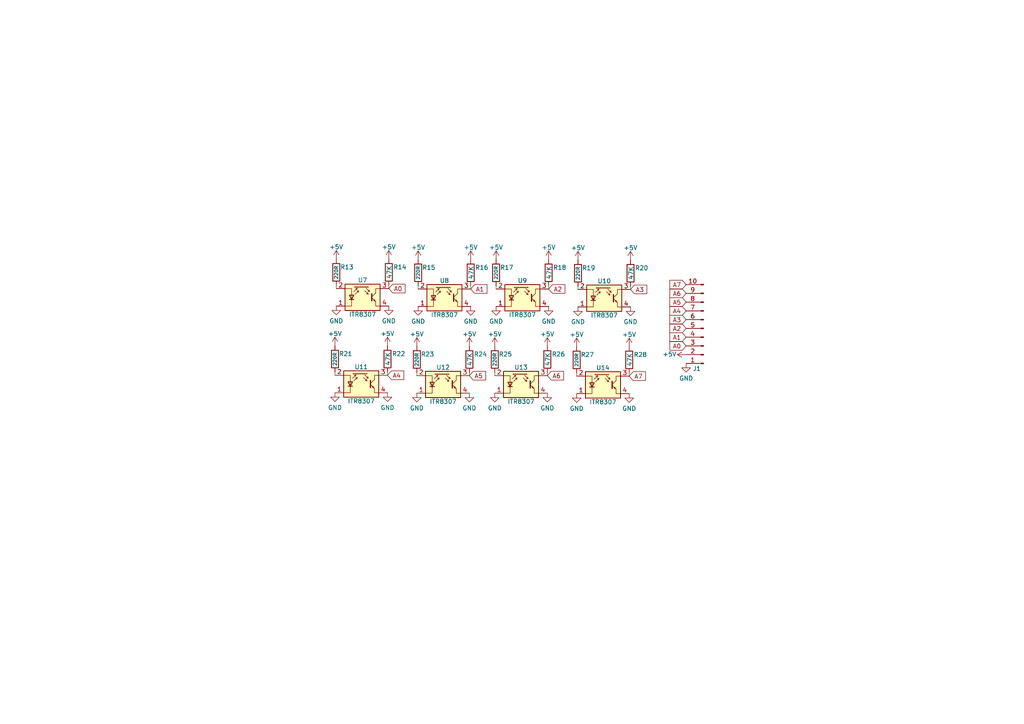
<source format=kicad_sch>
(kicad_sch (version 20230121) (generator eeschema)
  (paper "A4")
  (lib_symbols
    (symbol "Connector:Conn_01x10_Pin" (pin_names (offset 1.016) hide)
      (property "Reference" "J" (at 0 12.7 0))
      (property "Value" "Conn_01x10_Pin" (at 0 -15.24 0))
      (symbol "Conn_01x10_Pin_1_1"
        (polyline (pts (xy 1.27 -12.7) (xy 0.8636 -12.7)) (stroke (width 0.1524)))
        (polyline (pts (xy 1.27 -10.16) (xy 0.8636 -10.16)) (stroke (width 0.1524)))
        (polyline (pts (xy 1.27 -7.62) (xy 0.8636 -7.62)) (stroke (width 0.1524)))
        (polyline (pts (xy 1.27 -5.08) (xy 0.8636 -5.08)) (stroke (width 0.1524)))
        (polyline (pts (xy 1.27 -2.54) (xy 0.8636 -2.54)) (stroke (width 0.1524)))
        (polyline (pts (xy 1.27 0) (xy 0.8636 0)) (stroke (width 0.1524)))
        (polyline (pts (xy 1.27 2.54) (xy 0.8636 2.54)) (stroke (width 0.1524)))
        (polyline (pts (xy 1.27 5.08) (xy 0.8636 5.08)) (stroke (width 0.1524)))
        (polyline (pts (xy 1.27 7.62) (xy 0.8636 7.62)) (stroke (width 0.1524)))
        (polyline (pts (xy 1.27 10.16) (xy 0.8636 10.16)) (stroke (width 0.1524)))
        (rectangle (start 0.8636 -12.573) (end 0 -12.827) (stroke (width 0.1524)) (fill (type outline)))
        (rectangle (start 0.8636 -10.033) (end 0 -10.287) (stroke (width 0.1524)) (fill (type outline)))
        (rectangle (start 0.8636 -7.493) (end 0 -7.747) (stroke (width 0.1524)) (fill (type outline)))
        (rectangle (start 0.8636 -4.953) (end 0 -5.207) (stroke (width 0.1524)) (fill (type outline)))
        (rectangle (start 0.8636 -2.413) (end 0 -2.667) (stroke (width 0.1524)) (fill (type outline)))
        (rectangle (start 0.8636 0.127) (end 0 -0.127) (stroke (width 0.1524)) (fill (type outline)))
        (rectangle (start 0.8636 2.667) (end 0 2.413) (stroke (width 0.1524)) (fill (type outline)))
        (rectangle (start 0.8636 5.207) (end 0 4.953) (stroke (width 0.1524)) (fill (type outline)))
        (rectangle (start 0.8636 7.747) (end 0 7.493) (stroke (width 0.1524)) (fill (type outline)))
        (rectangle (start 0.8636 10.287) (end 0 10.033) (stroke (width 0.1524)) (fill (type outline)))
        (pin passive line (at 5.08 10.16 180) (length 3.81) (name "Pin_1") (number "1"))
        (pin passive line (at 5.08 -12.7 180) (length 3.81) (name "Pin_10") (number "10"))
        (pin passive line (at 5.08 7.62 180) (length 3.81) (name "Pin_2") (number "2"))
        (pin passive line (at 5.08 5.08 180) (length 3.81) (name "Pin_3") (number "3"))
        (pin passive line (at 5.08 2.54 180) (length 3.81) (name "Pin_4") (number "4"))
        (pin passive line (at 5.08 0 180) (length 3.81) (name "Pin_5") (number "5"))
        (pin passive line (at 5.08 -2.54 180) (length 3.81) (name "Pin_6") (number "6"))
        (pin passive line (at 5.08 -5.08 180) (length 3.81) (name "Pin_7") (number "7"))
        (pin passive line (at 5.08 -7.62 180) (length 3.81) (name "Pin_8") (number "8"))
        (pin passive line (at 5.08 -10.16 180) (length 3.81) (name "Pin_9") (number "9"))
      )
    )
    (symbol "Device:R" (pin_numbers hide) (pin_names (offset 0))
      (property "Reference" "R" (at 2.032 0 90))
      (property "Value" "R" (at 0 0 90))
      (symbol "R_0_1"
        (rectangle (start -1.016 -2.54) (end 1.016 2.54) (stroke (width 0.254)))
      )
      (symbol "R_1_1"
        (pin passive line (at 0 3.81 270) (length 1.27) (name "~") (number "1"))
        (pin passive line (at 0 -3.81 90) (length 1.27) (name "~") (number "2"))
      )
    )
    (symbol "Sensor_Proximity:ITR8307" (pin_names (offset 0.0254) hide)
      (property "Reference" "U" (at -5.08 5.08 0))
      (property "Value" "ITR8307" (at 7.62 5.08 0))
      (symbol "ITR8307_0_1"
        (polyline (pts (xy -3.81 -0.635) (xy -2.54 -0.635)) (stroke (width 0.254)))
        (polyline (pts (xy -2.286 2.921) (xy -2.032 3.175)))
        (polyline (pts (xy -1.778 2.921) (xy -1.524 3.175)))
        (polyline (pts (xy -1.524 2.667) (xy -1.651 2.159)))
        (polyline (pts (xy -1.27 2.921) (xy -1.016 3.175)))
        (polyline (pts (xy -1.143 1.905) (xy -1.27 1.397)))
        (polyline (pts (xy -0.762 2.921) (xy -0.508 3.175)))
        (polyline (pts (xy -0.254 2.921) (xy 0 3.175)))
        (polyline (pts (xy 0.254 2.921) (xy 0.508 3.175)))
        (polyline (pts (xy 0.762 2.921) (xy 1.016 3.175)))
        (polyline (pts (xy 1.27 2.921) (xy 1.524 3.175)))
        (polyline (pts (xy 1.651 0.889) (xy 1.143 1.016)))
        (polyline (pts (xy 1.778 2.921) (xy -2.413 2.921)))
        (polyline (pts (xy 2.032 1.651) (xy 1.524 1.778)))
        (polyline (pts (xy 2.667 -0.127) (xy 3.81 -1.27)))
        (polyline (pts (xy 2.667 0.127) (xy 3.81 1.27)))
        (polyline (pts (xy -2.54 1.651) (xy -1.524 2.667) (xy -2.032 2.54)))
        (polyline (pts (xy -2.159 0.889) (xy -1.143 1.905) (xy -1.651 1.778)))
        (polyline (pts (xy 0.635 1.905) (xy 1.651 0.889) (xy 1.524 1.397)))
        (polyline (pts (xy 1.016 2.667) (xy 2.032 1.651) (xy 1.905 2.159)))
        (polyline (pts (xy 2.667 1.016) (xy 2.667 -1.016) (xy 2.667 -1.016)) (stroke (width 0.3556)))
        (polyline (pts (xy 3.81 -1.27) (xy 3.81 -2.54) (xy 5.08 -2.54)))
        (polyline (pts (xy 3.81 1.27) (xy 3.81 2.54) (xy 5.08 2.54)))
        (polyline (pts (xy -5.08 -2.54) (xy -3.175 -2.54) (xy -3.175 2.54) (xy -5.08 2.54)))
        (polyline (pts (xy -3.175 -0.635) (xy -3.81 0.635) (xy -2.54 0.635) (xy -3.175 -0.635)) (stroke (width 0.254)))
        (polyline (pts (xy 3.683 -1.143) (xy 3.429 -0.635) (xy 3.175 -0.889) (xy 3.683 -1.143)))
        (polyline (pts (xy -5.08 -3.81) (xy 5.08 -3.81) (xy 5.08 3.81) (xy -5.08 3.81) (xy -5.08 -3.81)) (stroke (width 0.254)) (fill (type background)))
      )
      (symbol "ITR8307_1_1"
        (pin passive line (at -7.62 -2.54 0) (length 2.54) (name "K") (number "1"))
        (pin passive line (at -7.62 2.54 0) (length 2.54) (name "A") (number "2"))
        (pin open_collector line (at 7.62 2.54 180) (length 2.54) (name "C") (number "3"))
        (pin open_emitter line (at 7.62 -2.54 180) (length 2.54) (name "E") (number "4"))
      )
    )
    (symbol "power:+5V" (power) (pin_names (offset 0))
      (property "Value" "+5V" (at 0 3.556 0))
      (symbol "+5V_0_1"
        (polyline (pts (xy -0.762 1.27) (xy 0 2.54)))
        (polyline (pts (xy 0 0) (xy 0 2.54)))
        (polyline (pts (xy 0 2.54) (xy 0.762 1.27)))
      )
      (symbol "+5V_1_1"
        (pin power_in line (at 0 0 90) (length 0) hide (name "+5V") (number "1"))
      )
    )
    (symbol "power:GND" (power) (pin_names (offset 0))
      (property "Value" "GND" (at 0 -3.81 0))
      (symbol "GND_0_1"
        (polyline (pts (xy 0 0) (xy 0 -1.27) (xy 1.27 -1.27) (xy 0 -2.54) (xy -1.27 -1.27) (xy 0 -1.27)))
      )
      (symbol "GND_1_1"
        (pin power_in line (at 0 0 270) (length 0) hide (name "GND") (number "1"))
      )
    )
  )
  (wire (pts (xy 121.285 82.931) (xy 121.285 83.82)))
  (wire (pts (xy 158.75 108.077) (xy 158.75 108.966)))
  (wire (pts (xy 97.536 82.804) (xy 97.536 83.693)))
  (wire (pts (xy 112.776 82.804) (xy 112.776 83.693)))
  (wire (pts (xy 167.259 108.204) (xy 167.259 109.093)))
  (wire (pts (xy 182.88 83.058) (xy 182.88 83.947)))
  (wire (pts (xy 143.51 108.077) (xy 143.51 108.966)))
  (wire (pts (xy 97.155 107.95) (xy 97.155 108.839)))
  (wire (pts (xy 159.131 82.931) (xy 159.131 83.82)))
  (wire (pts (xy 112.395 107.95) (xy 112.395 108.839)))
  (wire (pts (xy 182.499 108.204) (xy 182.499 109.093)))
  (wire (pts (xy 167.64 83.058) (xy 167.64 83.947)))
  (wire (pts (xy 136.525 82.931) (xy 136.525 83.82)))
  (wire (pts (xy 143.891 82.931) (xy 143.891 83.82)))
  (wire (pts (xy 136.144 108.077) (xy 136.144 108.966)))
  (wire (pts (xy 120.904 108.077) (xy 120.904 108.966)))
  (global_label "A1" (shape input) (at 136.525 83.82 0) (property "Intersheetrefs" "${INTERSHEET_REFS}" (effects hide)))
  (global_label "A0" (shape input) (at 112.776 83.693 0) (property "Intersheetrefs" "${INTERSHEET_REFS}" (effects hide)))
  (global_label "A6" (shape input) (at 199.009 85.09 180) (property "Intersheetrefs" "${INTERSHEET_REFS}" (effects hide)))
  (global_label "A2" (shape input) (at 159.131 83.82 0) (property "Intersheetrefs" "${INTERSHEET_REFS}" (effects hide)))
  (global_label "A6" (shape input) (at 158.75 108.966 0) (property "Intersheetrefs" "${INTERSHEET_REFS}" (effects hide)))
  (global_label "A5" (shape input) (at 199.009 87.63 180) (property "Intersheetrefs" "${INTERSHEET_REFS}" (effects hide)))
  (global_label "A7" (shape input) (at 182.499 109.093 0) (property "Intersheetrefs" "${INTERSHEET_REFS}" (effects hide)))
  (global_label "A3" (shape input) (at 182.88 83.947 0) (property "Intersheetrefs" "${INTERSHEET_REFS}" (effects hide)))
  (global_label "A1" (shape input) (at 199.009 97.79 180) (property "Intersheetrefs" "${INTERSHEET_REFS}" (effects hide)))
  (global_label "A4" (shape input) (at 199.009 90.17 180) (property "Intersheetrefs" "${INTERSHEET_REFS}" (effects hide)))
  (global_label "A2" (shape input) (at 199.009 95.25 180) (property "Intersheetrefs" "${INTERSHEET_REFS}" (effects hide)))
  (global_label "A7" (shape input) (at 199.009 82.55 180) (property "Intersheetrefs" "${INTERSHEET_REFS}" (effects hide)))
  (global_label "A5" (shape input) (at 136.144 108.966 0) (property "Intersheetrefs" "${INTERSHEET_REFS}" (effects hide)))
  (global_label "A3" (shape input) (at 199.009 92.71 180) (property "Intersheetrefs" "${INTERSHEET_REFS}" (effects hide)))
  (global_label "A0" (shape input) (at 199.009 100.33 180) (property "Intersheetrefs" "${INTERSHEET_REFS}" (effects hide)))
  (global_label "A4" (shape input) (at 112.395 108.839 0) (property "Intersheetrefs" "${INTERSHEET_REFS}" (effects hide)))
  (symbol (lib_id "power:+5V") (at 136.525 75.311 0) (unit 1)
    (property "Reference" "#PWR033" (effects hide))
    (property "Value" "+5V" (at 136.525 71.755 0))
  )
  (symbol (lib_id "power:GND") (at 199.009 105.41 0) (unit 1)
    (property "Reference" "#PWR05" (effects hide))
    (property "Value" "GND" (at 199.009 109.728 0))
  )
  (symbol (lib_id "power:+5V") (at 97.155 100.33 0) (unit 1)
    (property "Reference" "#PWR043" (effects hide))
    (property "Value" "+5V" (at 97.155 96.774 0))
  )
  (symbol (lib_id "power:+5V") (at 182.88 75.438 0) (unit 1)
    (property "Reference" "#PWR041" (effects hide))
    (property "Value" "+5V" (at 182.88 71.882 0))
  )
  (symbol (lib_id "Connector:Conn_01x10_Pin") (at 204.089 95.25 180) (unit 1)
    (property "Reference" "J1" (at 200.914 106.934 0) (effects (justify right)))
    (property "Value" "Conn_01x10_Pin" (effects hide))
  )
  (symbol (lib_id "Device:R") (at 136.144 104.267 0) (unit 1)
    (property "Reference" "R24" (at 137.414 102.743 0) (effects (justify left)))
    (property "Value" "47K" (at 136.271 106.172 90) (effects (justify left)))
    (property "Footprint" "Resistor_SMD:R_1206_3216Metric_Pad1.30x1.75mm_HandSolder" (effects hide))
  )
  (symbol (lib_id "Device:R") (at 182.88 79.248 0) (unit 1)
    (property "Reference" "R20" (at 184.15 77.724 0) (effects (justify left)))
    (property "Value" "47K" (at 183.007 81.153 90) (effects (justify left)))
    (property "Footprint" "Resistor_SMD:R_1206_3216Metric_Pad1.30x1.75mm_HandSolder" (effects hide))
  )
  (symbol (lib_id "power:+5V") (at 182.499 100.584 0) (unit 1)
    (property "Reference" "#PWR057" (effects hide))
    (property "Value" "+5V" (at 182.499 97.028 0))
  )
  (symbol (lib_id "power:GND") (at 97.155 113.919 0) (unit 1)
    (property "Reference" "#PWR044" (effects hide))
    (property "Value" "GND" (at 97.155 118.237 0))
  )
  (symbol (lib_id "Device:R") (at 167.64 79.248 0) (unit 1)
    (property "Reference" "R19" (at 168.783 77.724 0) (effects (justify left)))
    (property "Value" "220R" (at 167.64 81.28 90) (effects (font (size 1 1)) (justify left)))
    (property "Footprint" "Resistor_SMD:R_1206_3216Metric_Pad1.30x1.75mm_HandSolder" (effects hide))
  )
  (symbol (lib_id "Device:R") (at 112.395 104.14 0) (unit 1)
    (property "Reference" "R22" (at 113.665 102.616 0) (effects (justify left)))
    (property "Value" "47K" (at 112.522 106.045 90) (effects (justify left)))
    (property "Footprint" "Resistor_SMD:R_1206_3216Metric_Pad1.30x1.75mm_HandSolder" (effects hide))
  )
  (symbol (lib_id "Device:R") (at 97.155 104.14 0) (unit 1)
    (property "Reference" "R21" (at 98.298 102.616 0) (effects (justify left)))
    (property "Value" "220R" (at 97.155 106.172 90) (effects (font (size 1 1)) (justify left)))
    (property "Footprint" "Resistor_SMD:R_1206_3216Metric_Pad1.30x1.75mm_HandSolder" (effects hide))
  )
  (symbol (lib_id "Device:R") (at 121.285 79.121 0) (unit 1)
    (property "Reference" "R15" (at 122.428 77.597 0) (effects (justify left)))
    (property "Value" "220R" (at 121.285 81.153 90) (effects (font (size 1 1)) (justify left)))
    (property "Footprint" "Resistor_SMD:R_1206_3216Metric_Pad1.30x1.75mm_HandSolder" (effects hide))
  )
  (symbol (lib_id "Sensor_Proximity:ITR8307") (at 128.524 111.506 0) (unit 1)
    (property "Reference" "U12" (at 128.524 106.553 0))
    (property "Value" "ITR8307" (at 128.524 116.459 0))
    (property "Footprint" "OptoDevice:Everlight_ITR8307" (effects hide))
    (property "Datasheet" "http://www.everlight.com/file/ProductFile/ITR8307.pdf" (effects hide))
  )
  (symbol (lib_id "power:+5V") (at 120.904 100.457 0) (unit 1)
    (property "Reference" "#PWR047" (effects hide))
    (property "Value" "+5V" (at 120.904 96.901 0))
  )
  (symbol (lib_id "Sensor_Proximity:ITR8307") (at 105.156 86.233 0) (unit 1)
    (property "Reference" "U7" (at 105.156 81.28 0))
    (property "Value" "ITR8307" (at 105.156 91.186 0))
    (property "Footprint" "OptoDevice:Everlight_ITR8307" (effects hide))
    (property "Datasheet" "http://www.everlight.com/file/ProductFile/ITR8307.pdf" (effects hide))
  )
  (symbol (lib_id "Device:R") (at 120.904 104.267 0) (unit 1)
    (property "Reference" "R23" (at 122.047 102.743 0) (effects (justify left)))
    (property "Value" "220R" (at 120.904 106.299 90) (effects (font (size 1 1)) (justify left)))
    (property "Footprint" "Resistor_SMD:R_1206_3216Metric_Pad1.30x1.75mm_HandSolder" (effects hide))
  )
  (symbol (lib_id "Sensor_Proximity:ITR8307") (at 104.775 111.379 0) (unit 1)
    (property "Reference" "U11" (at 104.775 106.426 0))
    (property "Value" "ITR8307" (at 104.775 116.332 0))
    (property "Footprint" "OptoDevice:Everlight_ITR8307" (effects hide))
    (property "Datasheet" "http://www.everlight.com/file/ProductFile/ITR8307.pdf" (effects hide))
  )
  (symbol (lib_id "power:GND") (at 136.525 88.9 0) (unit 1)
    (property "Reference" "#PWR034" (effects hide))
    (property "Value" "GND" (at 136.525 93.218 0))
  )
  (symbol (lib_id "power:+5V") (at 121.285 75.311 0) (unit 1)
    (property "Reference" "#PWR031" (effects hide))
    (property "Value" "+5V" (at 121.285 71.755 0))
  )
  (symbol (lib_id "power:+5V") (at 158.75 100.457 0) (unit 1)
    (property "Reference" "#PWR053" (effects hide))
    (property "Value" "+5V" (at 158.75 96.901 0))
  )
  (symbol (lib_id "power:GND") (at 112.776 88.773 0) (unit 1)
    (property "Reference" "#PWR030" (effects hide))
    (property "Value" "GND" (at 112.776 93.091 0))
  )
  (symbol (lib_id "power:+5V") (at 167.259 100.584 0) (unit 1)
    (property "Reference" "#PWR055" (effects hide))
    (property "Value" "+5V" (at 167.259 97.028 0))
  )
  (symbol (lib_id "power:GND") (at 136.144 114.046 0) (unit 1)
    (property "Reference" "#PWR050" (effects hide))
    (property "Value" "GND" (at 136.144 118.364 0))
  )
  (symbol (lib_id "power:GND") (at 182.88 89.027 0) (unit 1)
    (property "Reference" "#PWR042" (effects hide))
    (property "Value" "GND" (at 182.88 93.345 0))
  )
  (symbol (lib_id "Device:R") (at 182.499 104.394 0) (unit 1)
    (property "Reference" "R28" (at 183.769 102.87 0) (effects (justify left)))
    (property "Value" "47K" (at 182.626 106.299 90) (effects (justify left)))
    (property "Footprint" "Resistor_SMD:R_1206_3216Metric_Pad1.30x1.75mm_HandSolder" (effects hide))
  )
  (symbol (lib_id "power:GND") (at 167.259 114.173 0) (unit 1)
    (property "Reference" "#PWR056" (effects hide))
    (property "Value" "GND" (at 167.259 118.491 0))
  )
  (symbol (lib_id "Device:R") (at 167.259 104.394 0) (unit 1)
    (property "Reference" "R27" (at 168.402 102.87 0) (effects (justify left)))
    (property "Value" "220R" (at 167.259 106.426 90) (effects (font (size 1 1)) (justify left)))
    (property "Footprint" "Resistor_SMD:R_1206_3216Metric_Pad1.30x1.75mm_HandSolder" (effects hide))
  )
  (symbol (lib_id "power:GND") (at 182.499 114.173 0) (unit 1)
    (property "Reference" "#PWR058" (effects hide))
    (property "Value" "GND" (at 182.499 118.491 0))
  )
  (symbol (lib_id "Device:R") (at 143.891 79.121 0) (unit 1)
    (property "Reference" "R17" (at 145.034 77.597 0) (effects (justify left)))
    (property "Value" "220R" (at 143.891 81.153 90) (effects (font (size 1 1)) (justify left)))
    (property "Footprint" "Resistor_SMD:R_1206_3216Metric_Pad1.30x1.75mm_HandSolder" (effects hide))
  )
  (symbol (lib_id "Device:R") (at 158.75 104.267 0) (unit 1)
    (property "Reference" "R26" (at 160.02 102.743 0) (effects (justify left)))
    (property "Value" "47K" (at 158.877 106.172 90) (effects (justify left)))
    (property "Footprint" "Resistor_SMD:R_1206_3216Metric_Pad1.30x1.75mm_HandSolder" (effects hide))
  )
  (symbol (lib_id "power:+5V") (at 112.395 100.33 0) (unit 1)
    (property "Reference" "#PWR045" (effects hide))
    (property "Value" "+5V" (at 112.395 96.774 0))
  )
  (symbol (lib_id "power:GND") (at 112.395 113.919 0) (unit 1)
    (property "Reference" "#PWR046" (effects hide))
    (property "Value" "GND" (at 112.395 118.237 0))
  )
  (symbol (lib_id "power:GND") (at 120.904 114.046 0) (unit 1)
    (property "Reference" "#PWR048" (effects hide))
    (property "Value" "GND" (at 120.904 118.364 0))
  )
  (symbol (lib_id "power:GND") (at 158.75 114.046 0) (unit 1)
    (property "Reference" "#PWR054" (effects hide))
    (property "Value" "GND" (at 158.75 118.364 0))
  )
  (symbol (lib_id "Sensor_Proximity:ITR8307") (at 151.13 111.506 0) (unit 1)
    (property "Reference" "U13" (at 151.13 106.553 0))
    (property "Value" "ITR8307" (at 151.13 116.459 0))
    (property "Footprint" "OptoDevice:Everlight_ITR8307" (effects hide))
    (property "Datasheet" "http://www.everlight.com/file/ProductFile/ITR8307.pdf" (effects hide))
  )
  (symbol (lib_id "Device:R") (at 112.776 78.994 0) (unit 1)
    (property "Reference" "R14" (at 114.046 77.47 0) (effects (justify left)))
    (property "Value" "47K" (at 112.903 80.899 90) (effects (justify left)))
    (property "Footprint" "Resistor_SMD:R_1206_3216Metric_Pad1.30x1.75mm_HandSolder" (effects hide))
  )
  (symbol (lib_id "Sensor_Proximity:ITR8307") (at 128.905 86.36 0) (unit 1)
    (property "Reference" "U8" (at 128.905 81.407 0))
    (property "Value" "ITR8307" (at 128.905 91.313 0))
    (property "Footprint" "OptoDevice:Everlight_ITR8307" (effects hide))
    (property "Datasheet" "http://www.everlight.com/file/ProductFile/ITR8307.pdf" (effects hide))
  )
  (symbol (lib_id "Sensor_Proximity:ITR8307") (at 151.511 86.36 0) (unit 1)
    (property "Reference" "U9" (at 151.511 81.407 0))
    (property "Value" "ITR8307" (at 151.511 91.313 0))
    (property "Footprint" "OptoDevice:Everlight_ITR8307" (effects hide))
    (property "Datasheet" "http://www.everlight.com/file/ProductFile/ITR8307.pdf" (effects hide))
  )
  (symbol (lib_id "power:GND") (at 159.131 88.9 0) (unit 1)
    (property "Reference" "#PWR038" (effects hide))
    (property "Value" "GND" (at 159.131 93.218 0))
  )
  (symbol (lib_id "power:GND") (at 121.285 88.9 0) (unit 1)
    (property "Reference" "#PWR032" (effects hide))
    (property "Value" "GND" (at 121.285 93.218 0))
  )
  (symbol (lib_id "power:GND") (at 97.536 88.773 0) (unit 1)
    (property "Reference" "#PWR028" (effects hide))
    (property "Value" "GND" (at 97.536 93.091 0))
  )
  (symbol (lib_id "Device:R") (at 143.51 104.267 0) (unit 1)
    (property "Reference" "R25" (at 144.653 102.743 0) (effects (justify left)))
    (property "Value" "220R" (at 143.51 106.299 90) (effects (font (size 1 1)) (justify left)))
    (property "Footprint" "Resistor_SMD:R_1206_3216Metric_Pad1.30x1.75mm_HandSolder" (effects hide))
  )
  (symbol (lib_id "Device:R") (at 136.525 79.121 0) (unit 1)
    (property "Reference" "R16" (at 137.795 77.597 0) (effects (justify left)))
    (property "Value" "47K" (at 136.652 81.026 90) (effects (justify left)))
    (property "Footprint" "Resistor_SMD:R_1206_3216Metric_Pad1.30x1.75mm_HandSolder" (effects hide))
  )
  (symbol (lib_id "power:GND") (at 167.64 89.027 0) (unit 1)
    (property "Reference" "#PWR040" (effects hide))
    (property "Value" "GND" (at 167.64 93.345 0))
  )
  (symbol (lib_id "power:+5V") (at 112.776 75.184 0) (unit 1)
    (property "Reference" "#PWR029" (effects hide))
    (property "Value" "+5V" (at 112.776 71.628 0))
  )
  (symbol (lib_id "Device:R") (at 159.131 79.121 0) (unit 1)
    (property "Reference" "R18" (at 160.401 77.597 0) (effects (justify left)))
    (property "Value" "47K" (at 159.258 81.026 90) (effects (justify left)))
    (property "Footprint" "Resistor_SMD:R_1206_3216Metric_Pad1.30x1.75mm_HandSolder" (effects hide))
  )
  (symbol (lib_id "power:+5V") (at 143.51 100.457 0) (unit 1)
    (property "Reference" "#PWR051" (effects hide))
    (property "Value" "+5V" (at 143.51 96.901 0))
  )
  (symbol (lib_id "power:GND") (at 143.891 88.9 0) (unit 1)
    (property "Reference" "#PWR036" (effects hide))
    (property "Value" "GND" (at 143.891 93.218 0))
  )
  (symbol (lib_id "power:+5V") (at 159.131 75.311 0) (unit 1)
    (property "Reference" "#PWR037" (effects hide))
    (property "Value" "+5V" (at 159.131 71.755 0))
  )
  (symbol (lib_id "Sensor_Proximity:ITR8307") (at 174.879 111.633 0) (unit 1)
    (property "Reference" "U14" (at 174.879 106.68 0))
    (property "Value" "ITR8307" (at 174.879 116.586 0))
    (property "Footprint" "OptoDevice:Everlight_ITR8307" (effects hide))
    (property "Datasheet" "http://www.everlight.com/file/ProductFile/ITR8307.pdf" (effects hide))
  )
  (symbol (lib_id "power:GND") (at 143.51 114.046 0) (unit 1)
    (property "Reference" "#PWR052" (effects hide))
    (property "Value" "GND" (at 143.51 118.364 0))
  )
  (symbol (lib_id "Device:R") (at 97.536 78.994 0) (unit 1)
    (property "Reference" "R13" (at 98.679 77.47 0) (effects (justify left)))
    (property "Value" "220R" (at 97.536 81.026 90) (effects (font (size 1 1)) (justify left)))
    (property "Footprint" "Resistor_SMD:R_1206_3216Metric_Pad1.30x1.75mm_HandSolder" (effects hide))
  )
  (symbol (lib_id "power:+5V") (at 143.891 75.311 0) (unit 1)
    (property "Reference" "#PWR035" (effects hide))
    (property "Value" "+5V" (at 143.891 71.755 0))
  )
  (symbol (lib_id "power:+5V") (at 97.536 75.184 0) (unit 1)
    (property "Reference" "#PWR027" (effects hide))
    (property "Value" "+5V" (at 97.536 71.628 0))
  )
  (symbol (lib_id "power:+5V") (at 167.64 75.438 0) (unit 1)
    (property "Reference" "#PWR039" (effects hide))
    (property "Value" "+5V" (at 167.64 71.882 0))
  )
  (symbol (lib_id "Sensor_Proximity:ITR8307") (at 175.26 86.487 0) (unit 1)
    (property "Reference" "U10" (at 175.26 81.534 0))
    (property "Value" "ITR8307" (at 175.26 91.44 0))
    (property "Footprint" "OptoDevice:Everlight_ITR8307" (effects hide))
    (property "Datasheet" "http://www.everlight.com/file/ProductFile/ITR8307.pdf" (effects hide))
  )
  (symbol (lib_id "power:+5V") (at 136.144 100.457 0) (unit 1)
    (property "Reference" "#PWR049" (effects hide))
    (property "Value" "+5V" (at 136.144 96.901 0))
  )
  (symbol (lib_id "power:+5V") (at 199.009 102.87 90) (unit 1)
    (property "Reference" "#PWR06" (effects hide))
    (property "Value" "+5V" (at 194.183 102.743 90))
  )
)
</source>
